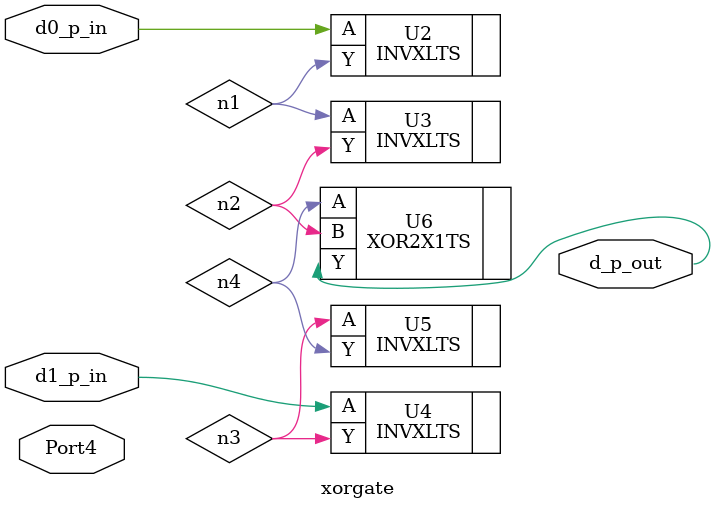
<source format=v>

module xorgate ( d0_p_in, d1_p_in, d_p_out, Port4 );
  input d0_p_in, d1_p_in;
  output d_p_out;
  inout Port4;
  wire   n1, n2, n3, n4;

  INVXLTS U2 ( .A(d0_p_in), .Y(n1) );
  INVXLTS U3 ( .A(n1), .Y(n2) );
  INVXLTS U4 ( .A(d1_p_in), .Y(n3) );
  INVXLTS U5 ( .A(n3), .Y(n4) );
  XOR2X1TS U6 ( .A(n4), .B(n2), .Y(d_p_out) );
endmodule


</source>
